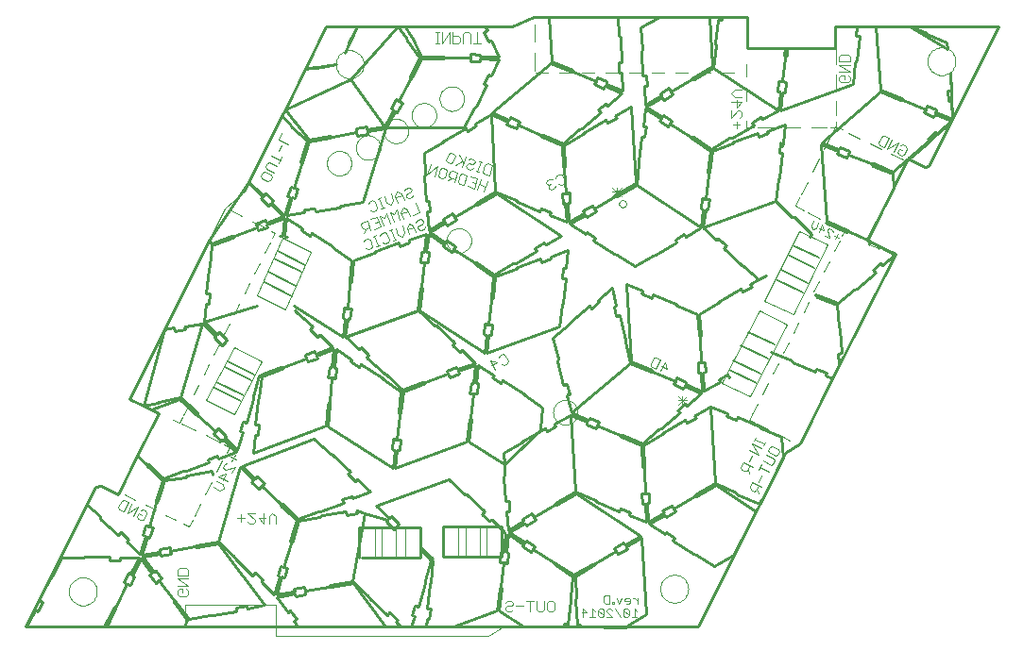
<source format=gbo>
G75*
%MOIN*%
%OFA0B0*%
%FSLAX24Y24*%
%IPPOS*%
%LPD*%
%AMOC8*
5,1,8,0,0,1.08239X$1,22.5*
%
%ADD10C,0.0000*%
%ADD11C,0.0039*%
%ADD12C,0.0030*%
%ADD13C,0.0100*%
%ADD14C,0.0059*%
%ADD15C,0.0040*%
D10*
X001543Y001214D02*
X007057Y001214D01*
X007162Y001332D01*
X007163Y001992D01*
X010376Y001990D01*
X010370Y000897D01*
X017853Y000897D01*
X018407Y001214D01*
X025254Y001214D01*
X028315Y007336D01*
X028846Y007690D01*
X032212Y014373D01*
X031218Y014865D01*
X032655Y017739D01*
X033246Y017444D01*
X033393Y017483D01*
X035864Y022424D01*
X030103Y022423D01*
X030103Y022424D02*
X030103Y021647D01*
X026989Y021647D01*
X026989Y022739D01*
X019476Y022739D01*
X018689Y022424D01*
X012143Y022424D01*
X009220Y016568D01*
X008561Y015977D01*
X005204Y009265D01*
X006218Y008753D01*
X004781Y005889D01*
X004191Y006184D01*
X004004Y006145D01*
X001543Y001214D01*
X003060Y002453D02*
X003062Y002497D01*
X003068Y002541D01*
X003078Y002584D01*
X003091Y002626D01*
X003109Y002666D01*
X003130Y002705D01*
X003154Y002742D01*
X003181Y002777D01*
X003212Y002809D01*
X003245Y002838D01*
X003281Y002864D01*
X003319Y002886D01*
X003359Y002905D01*
X003400Y002921D01*
X003443Y002933D01*
X003486Y002941D01*
X003530Y002945D01*
X003574Y002945D01*
X003618Y002941D01*
X003661Y002933D01*
X003704Y002921D01*
X003745Y002905D01*
X003785Y002886D01*
X003823Y002864D01*
X003859Y002838D01*
X003892Y002809D01*
X003923Y002777D01*
X003950Y002742D01*
X003974Y002705D01*
X003995Y002666D01*
X004013Y002626D01*
X004026Y002584D01*
X004036Y002541D01*
X004042Y002497D01*
X004044Y002453D01*
X004042Y002409D01*
X004036Y002365D01*
X004026Y002322D01*
X004013Y002280D01*
X003995Y002240D01*
X003974Y002201D01*
X003950Y002164D01*
X003923Y002129D01*
X003892Y002097D01*
X003859Y002068D01*
X003823Y002042D01*
X003785Y002020D01*
X003745Y002001D01*
X003704Y001985D01*
X003661Y001973D01*
X003618Y001965D01*
X003574Y001961D01*
X003530Y001961D01*
X003486Y001965D01*
X003443Y001973D01*
X003400Y001985D01*
X003359Y002001D01*
X003319Y002020D01*
X003281Y002042D01*
X003245Y002068D01*
X003212Y002097D01*
X003181Y002129D01*
X003154Y002164D01*
X003130Y002201D01*
X003109Y002240D01*
X003091Y002280D01*
X003078Y002322D01*
X003068Y002365D01*
X003062Y002409D01*
X003060Y002453D01*
X016391Y014853D02*
X016393Y014894D01*
X016399Y014935D01*
X016409Y014975D01*
X016422Y015014D01*
X016439Y015051D01*
X016460Y015087D01*
X016484Y015121D01*
X016511Y015152D01*
X016540Y015180D01*
X016573Y015206D01*
X016607Y015228D01*
X016644Y015247D01*
X016682Y015262D01*
X016722Y015274D01*
X016762Y015282D01*
X016803Y015286D01*
X016845Y015286D01*
X016886Y015282D01*
X016926Y015274D01*
X016966Y015262D01*
X017004Y015247D01*
X017040Y015228D01*
X017075Y015206D01*
X017108Y015180D01*
X017137Y015152D01*
X017164Y015121D01*
X017188Y015087D01*
X017209Y015051D01*
X017226Y015014D01*
X017239Y014975D01*
X017249Y014935D01*
X017255Y014894D01*
X017257Y014853D01*
X017255Y014812D01*
X017249Y014771D01*
X017239Y014731D01*
X017226Y014692D01*
X017209Y014655D01*
X017188Y014619D01*
X017164Y014585D01*
X017137Y014554D01*
X017108Y014526D01*
X017075Y014500D01*
X017041Y014478D01*
X017004Y014459D01*
X016966Y014444D01*
X016926Y014432D01*
X016886Y014424D01*
X016845Y014420D01*
X016803Y014420D01*
X016762Y014424D01*
X016722Y014432D01*
X016682Y014444D01*
X016644Y014459D01*
X016608Y014478D01*
X016573Y014500D01*
X016540Y014526D01*
X016511Y014554D01*
X016484Y014585D01*
X016460Y014619D01*
X016439Y014655D01*
X016422Y014692D01*
X016409Y014731D01*
X016399Y014771D01*
X016393Y014812D01*
X016391Y014853D01*
X012163Y017582D02*
X012165Y017623D01*
X012171Y017664D01*
X012181Y017704D01*
X012194Y017743D01*
X012211Y017780D01*
X012232Y017816D01*
X012256Y017850D01*
X012283Y017881D01*
X012312Y017909D01*
X012345Y017935D01*
X012379Y017957D01*
X012416Y017976D01*
X012454Y017991D01*
X012494Y018003D01*
X012534Y018011D01*
X012575Y018015D01*
X012617Y018015D01*
X012658Y018011D01*
X012698Y018003D01*
X012738Y017991D01*
X012776Y017976D01*
X012812Y017957D01*
X012847Y017935D01*
X012880Y017909D01*
X012909Y017881D01*
X012936Y017850D01*
X012960Y017816D01*
X012981Y017780D01*
X012998Y017743D01*
X013011Y017704D01*
X013021Y017664D01*
X013027Y017623D01*
X013029Y017582D01*
X013027Y017541D01*
X013021Y017500D01*
X013011Y017460D01*
X012998Y017421D01*
X012981Y017384D01*
X012960Y017348D01*
X012936Y017314D01*
X012909Y017283D01*
X012880Y017255D01*
X012847Y017229D01*
X012813Y017207D01*
X012776Y017188D01*
X012738Y017173D01*
X012698Y017161D01*
X012658Y017153D01*
X012617Y017149D01*
X012575Y017149D01*
X012534Y017153D01*
X012494Y017161D01*
X012454Y017173D01*
X012416Y017188D01*
X012380Y017207D01*
X012345Y017229D01*
X012312Y017255D01*
X012283Y017283D01*
X012256Y017314D01*
X012232Y017348D01*
X012211Y017384D01*
X012194Y017421D01*
X012181Y017460D01*
X012171Y017500D01*
X012165Y017541D01*
X012163Y017582D01*
X013187Y018133D02*
X013189Y018174D01*
X013195Y018215D01*
X013205Y018255D01*
X013218Y018294D01*
X013235Y018331D01*
X013256Y018367D01*
X013280Y018401D01*
X013307Y018432D01*
X013336Y018460D01*
X013369Y018486D01*
X013403Y018508D01*
X013440Y018527D01*
X013478Y018542D01*
X013518Y018554D01*
X013558Y018562D01*
X013599Y018566D01*
X013641Y018566D01*
X013682Y018562D01*
X013722Y018554D01*
X013762Y018542D01*
X013800Y018527D01*
X013836Y018508D01*
X013871Y018486D01*
X013904Y018460D01*
X013933Y018432D01*
X013960Y018401D01*
X013984Y018367D01*
X014005Y018331D01*
X014022Y018294D01*
X014035Y018255D01*
X014045Y018215D01*
X014051Y018174D01*
X014053Y018133D01*
X014051Y018092D01*
X014045Y018051D01*
X014035Y018011D01*
X014022Y017972D01*
X014005Y017935D01*
X013984Y017899D01*
X013960Y017865D01*
X013933Y017834D01*
X013904Y017806D01*
X013871Y017780D01*
X013837Y017758D01*
X013800Y017739D01*
X013762Y017724D01*
X013722Y017712D01*
X013682Y017704D01*
X013641Y017700D01*
X013599Y017700D01*
X013558Y017704D01*
X013518Y017712D01*
X013478Y017724D01*
X013440Y017739D01*
X013404Y017758D01*
X013369Y017780D01*
X013336Y017806D01*
X013307Y017834D01*
X013280Y017865D01*
X013256Y017899D01*
X013235Y017935D01*
X013218Y017972D01*
X013205Y018011D01*
X013195Y018051D01*
X013189Y018092D01*
X013187Y018133D01*
X014171Y018723D02*
X014173Y018764D01*
X014179Y018805D01*
X014189Y018845D01*
X014202Y018884D01*
X014219Y018921D01*
X014240Y018957D01*
X014264Y018991D01*
X014291Y019022D01*
X014320Y019050D01*
X014353Y019076D01*
X014387Y019098D01*
X014424Y019117D01*
X014462Y019132D01*
X014502Y019144D01*
X014542Y019152D01*
X014583Y019156D01*
X014625Y019156D01*
X014666Y019152D01*
X014706Y019144D01*
X014746Y019132D01*
X014784Y019117D01*
X014820Y019098D01*
X014855Y019076D01*
X014888Y019050D01*
X014917Y019022D01*
X014944Y018991D01*
X014968Y018957D01*
X014989Y018921D01*
X015006Y018884D01*
X015019Y018845D01*
X015029Y018805D01*
X015035Y018764D01*
X015037Y018723D01*
X015035Y018682D01*
X015029Y018641D01*
X015019Y018601D01*
X015006Y018562D01*
X014989Y018525D01*
X014968Y018489D01*
X014944Y018455D01*
X014917Y018424D01*
X014888Y018396D01*
X014855Y018370D01*
X014821Y018348D01*
X014784Y018329D01*
X014746Y018314D01*
X014706Y018302D01*
X014666Y018294D01*
X014625Y018290D01*
X014583Y018290D01*
X014542Y018294D01*
X014502Y018302D01*
X014462Y018314D01*
X014424Y018329D01*
X014388Y018348D01*
X014353Y018370D01*
X014320Y018396D01*
X014291Y018424D01*
X014264Y018455D01*
X014240Y018489D01*
X014219Y018525D01*
X014202Y018562D01*
X014189Y018601D01*
X014179Y018641D01*
X014173Y018682D01*
X014171Y018723D01*
X015155Y019275D02*
X015157Y019316D01*
X015163Y019357D01*
X015173Y019397D01*
X015186Y019436D01*
X015203Y019473D01*
X015224Y019509D01*
X015248Y019543D01*
X015275Y019574D01*
X015304Y019602D01*
X015337Y019628D01*
X015371Y019650D01*
X015408Y019669D01*
X015446Y019684D01*
X015486Y019696D01*
X015526Y019704D01*
X015567Y019708D01*
X015609Y019708D01*
X015650Y019704D01*
X015690Y019696D01*
X015730Y019684D01*
X015768Y019669D01*
X015804Y019650D01*
X015839Y019628D01*
X015872Y019602D01*
X015901Y019574D01*
X015928Y019543D01*
X015952Y019509D01*
X015973Y019473D01*
X015990Y019436D01*
X016003Y019397D01*
X016013Y019357D01*
X016019Y019316D01*
X016021Y019275D01*
X016019Y019234D01*
X016013Y019193D01*
X016003Y019153D01*
X015990Y019114D01*
X015973Y019077D01*
X015952Y019041D01*
X015928Y019007D01*
X015901Y018976D01*
X015872Y018948D01*
X015839Y018922D01*
X015805Y018900D01*
X015768Y018881D01*
X015730Y018866D01*
X015690Y018854D01*
X015650Y018846D01*
X015609Y018842D01*
X015567Y018842D01*
X015526Y018846D01*
X015486Y018854D01*
X015446Y018866D01*
X015408Y018881D01*
X015372Y018900D01*
X015337Y018922D01*
X015304Y018948D01*
X015275Y018976D01*
X015248Y019007D01*
X015224Y019041D01*
X015203Y019077D01*
X015186Y019114D01*
X015173Y019153D01*
X015163Y019193D01*
X015157Y019234D01*
X015155Y019275D01*
X016140Y019865D02*
X016142Y019906D01*
X016148Y019947D01*
X016158Y019987D01*
X016171Y020026D01*
X016188Y020063D01*
X016209Y020099D01*
X016233Y020133D01*
X016260Y020164D01*
X016289Y020192D01*
X016322Y020218D01*
X016356Y020240D01*
X016393Y020259D01*
X016431Y020274D01*
X016471Y020286D01*
X016511Y020294D01*
X016552Y020298D01*
X016594Y020298D01*
X016635Y020294D01*
X016675Y020286D01*
X016715Y020274D01*
X016753Y020259D01*
X016789Y020240D01*
X016824Y020218D01*
X016857Y020192D01*
X016886Y020164D01*
X016913Y020133D01*
X016937Y020099D01*
X016958Y020063D01*
X016975Y020026D01*
X016988Y019987D01*
X016998Y019947D01*
X017004Y019906D01*
X017006Y019865D01*
X017004Y019824D01*
X016998Y019783D01*
X016988Y019743D01*
X016975Y019704D01*
X016958Y019667D01*
X016937Y019631D01*
X016913Y019597D01*
X016886Y019566D01*
X016857Y019538D01*
X016824Y019512D01*
X016790Y019490D01*
X016753Y019471D01*
X016715Y019456D01*
X016675Y019444D01*
X016635Y019436D01*
X016594Y019432D01*
X016552Y019432D01*
X016511Y019436D01*
X016471Y019444D01*
X016431Y019456D01*
X016393Y019471D01*
X016357Y019490D01*
X016322Y019512D01*
X016289Y019538D01*
X016260Y019566D01*
X016233Y019597D01*
X016209Y019631D01*
X016188Y019667D01*
X016171Y019704D01*
X016158Y019743D01*
X016148Y019783D01*
X016142Y019824D01*
X016140Y019865D01*
X012478Y021079D02*
X012480Y021123D01*
X012486Y021167D01*
X012496Y021210D01*
X012509Y021252D01*
X012527Y021292D01*
X012548Y021331D01*
X012572Y021368D01*
X012599Y021403D01*
X012630Y021435D01*
X012663Y021464D01*
X012699Y021490D01*
X012737Y021512D01*
X012777Y021531D01*
X012818Y021547D01*
X012861Y021559D01*
X012904Y021567D01*
X012948Y021571D01*
X012992Y021571D01*
X013036Y021567D01*
X013079Y021559D01*
X013122Y021547D01*
X013163Y021531D01*
X013203Y021512D01*
X013241Y021490D01*
X013277Y021464D01*
X013310Y021435D01*
X013341Y021403D01*
X013368Y021368D01*
X013392Y021331D01*
X013413Y021292D01*
X013431Y021252D01*
X013444Y021210D01*
X013454Y021167D01*
X013460Y021123D01*
X013462Y021079D01*
X013460Y021035D01*
X013454Y020991D01*
X013444Y020948D01*
X013431Y020906D01*
X013413Y020866D01*
X013392Y020827D01*
X013368Y020790D01*
X013341Y020755D01*
X013310Y020723D01*
X013277Y020694D01*
X013241Y020668D01*
X013203Y020646D01*
X013163Y020627D01*
X013122Y020611D01*
X013079Y020599D01*
X013036Y020591D01*
X012992Y020587D01*
X012948Y020587D01*
X012904Y020591D01*
X012861Y020599D01*
X012818Y020611D01*
X012777Y020627D01*
X012737Y020646D01*
X012699Y020668D01*
X012663Y020694D01*
X012630Y020723D01*
X012599Y020755D01*
X012572Y020790D01*
X012548Y020827D01*
X012527Y020866D01*
X012509Y020906D01*
X012496Y020948D01*
X012486Y020991D01*
X012480Y021035D01*
X012478Y021079D01*
X020144Y008781D02*
X020146Y008822D01*
X020152Y008863D01*
X020162Y008903D01*
X020175Y008942D01*
X020192Y008979D01*
X020213Y009015D01*
X020237Y009049D01*
X020264Y009080D01*
X020293Y009108D01*
X020326Y009134D01*
X020360Y009156D01*
X020397Y009175D01*
X020435Y009190D01*
X020475Y009202D01*
X020515Y009210D01*
X020556Y009214D01*
X020598Y009214D01*
X020639Y009210D01*
X020679Y009202D01*
X020719Y009190D01*
X020757Y009175D01*
X020793Y009156D01*
X020828Y009134D01*
X020861Y009108D01*
X020890Y009080D01*
X020917Y009049D01*
X020941Y009015D01*
X020962Y008979D01*
X020979Y008942D01*
X020992Y008903D01*
X021002Y008863D01*
X021008Y008822D01*
X021010Y008781D01*
X021008Y008740D01*
X021002Y008699D01*
X020992Y008659D01*
X020979Y008620D01*
X020962Y008583D01*
X020941Y008547D01*
X020917Y008513D01*
X020890Y008482D01*
X020861Y008454D01*
X020828Y008428D01*
X020794Y008406D01*
X020757Y008387D01*
X020719Y008372D01*
X020679Y008360D01*
X020639Y008352D01*
X020598Y008348D01*
X020556Y008348D01*
X020515Y008352D01*
X020475Y008360D01*
X020435Y008372D01*
X020397Y008387D01*
X020361Y008406D01*
X020326Y008428D01*
X020293Y008454D01*
X020264Y008482D01*
X020237Y008513D01*
X020213Y008547D01*
X020192Y008583D01*
X020175Y008620D01*
X020162Y008659D01*
X020152Y008699D01*
X020146Y008740D01*
X020144Y008781D01*
X023929Y002550D02*
X023931Y002594D01*
X023937Y002638D01*
X023947Y002681D01*
X023960Y002723D01*
X023978Y002763D01*
X023999Y002802D01*
X024023Y002839D01*
X024050Y002874D01*
X024081Y002906D01*
X024114Y002935D01*
X024150Y002961D01*
X024188Y002983D01*
X024228Y003002D01*
X024269Y003018D01*
X024312Y003030D01*
X024355Y003038D01*
X024399Y003042D01*
X024443Y003042D01*
X024487Y003038D01*
X024530Y003030D01*
X024573Y003018D01*
X024614Y003002D01*
X024654Y002983D01*
X024692Y002961D01*
X024728Y002935D01*
X024761Y002906D01*
X024792Y002874D01*
X024819Y002839D01*
X024843Y002802D01*
X024864Y002763D01*
X024882Y002723D01*
X024895Y002681D01*
X024905Y002638D01*
X024911Y002594D01*
X024913Y002550D01*
X024911Y002506D01*
X024905Y002462D01*
X024895Y002419D01*
X024882Y002377D01*
X024864Y002337D01*
X024843Y002298D01*
X024819Y002261D01*
X024792Y002226D01*
X024761Y002194D01*
X024728Y002165D01*
X024692Y002139D01*
X024654Y002117D01*
X024614Y002098D01*
X024573Y002082D01*
X024530Y002070D01*
X024487Y002062D01*
X024443Y002058D01*
X024399Y002058D01*
X024355Y002062D01*
X024312Y002070D01*
X024269Y002082D01*
X024228Y002098D01*
X024188Y002117D01*
X024150Y002139D01*
X024114Y002165D01*
X024081Y002194D01*
X024050Y002226D01*
X024023Y002261D01*
X023999Y002298D01*
X023978Y002337D01*
X023960Y002377D01*
X023947Y002419D01*
X023937Y002462D01*
X023931Y002506D01*
X023929Y002550D01*
X033359Y021185D02*
X033361Y021229D01*
X033367Y021273D01*
X033377Y021316D01*
X033390Y021358D01*
X033408Y021398D01*
X033429Y021437D01*
X033453Y021474D01*
X033480Y021509D01*
X033511Y021541D01*
X033544Y021570D01*
X033580Y021596D01*
X033618Y021618D01*
X033658Y021637D01*
X033699Y021653D01*
X033742Y021665D01*
X033785Y021673D01*
X033829Y021677D01*
X033873Y021677D01*
X033917Y021673D01*
X033960Y021665D01*
X034003Y021653D01*
X034044Y021637D01*
X034084Y021618D01*
X034122Y021596D01*
X034158Y021570D01*
X034191Y021541D01*
X034222Y021509D01*
X034249Y021474D01*
X034273Y021437D01*
X034294Y021398D01*
X034312Y021358D01*
X034325Y021316D01*
X034335Y021273D01*
X034341Y021229D01*
X034343Y021185D01*
X034341Y021141D01*
X034335Y021097D01*
X034325Y021054D01*
X034312Y021012D01*
X034294Y020972D01*
X034273Y020933D01*
X034249Y020896D01*
X034222Y020861D01*
X034191Y020829D01*
X034158Y020800D01*
X034122Y020774D01*
X034084Y020752D01*
X034044Y020733D01*
X034003Y020717D01*
X033960Y020705D01*
X033917Y020697D01*
X033873Y020693D01*
X033829Y020693D01*
X033785Y020697D01*
X033742Y020705D01*
X033699Y020717D01*
X033658Y020733D01*
X033618Y020752D01*
X033580Y020774D01*
X033544Y020800D01*
X033511Y020829D01*
X033480Y020861D01*
X033453Y020896D01*
X033429Y020933D01*
X033408Y020972D01*
X033390Y021012D01*
X033377Y021054D01*
X033367Y021097D01*
X033361Y021141D01*
X033359Y021185D01*
D11*
X030126Y021097D02*
X030126Y021609D01*
X030126Y020704D02*
X030126Y020192D01*
X030126Y019798D02*
X030126Y019286D01*
X030123Y019061D02*
X030123Y018846D01*
X029932Y018846D01*
X029808Y018850D02*
X029251Y018850D01*
X028857Y018849D02*
X028301Y018848D01*
X027907Y018847D02*
X027350Y018846D01*
X027227Y018846D02*
X026972Y018848D01*
X026972Y019085D01*
X026971Y019789D02*
X026971Y020242D01*
X026971Y020635D02*
X026971Y021088D01*
X026531Y020789D02*
X026104Y020789D01*
X025710Y020789D02*
X025283Y020789D01*
X024889Y020789D02*
X024461Y020788D01*
X024068Y020788D02*
X023640Y020788D01*
X023247Y020788D02*
X022819Y020788D01*
X022426Y020788D02*
X021998Y020788D01*
X021605Y020788D02*
X021177Y020788D01*
X020784Y020788D02*
X020356Y020788D01*
X019963Y020788D02*
X019535Y020787D01*
X019485Y020845D02*
X019486Y021474D01*
X019487Y021868D02*
X019488Y022497D01*
X022475Y016152D02*
X022477Y016174D01*
X022482Y016194D01*
X022492Y016214D01*
X022504Y016232D01*
X022519Y016247D01*
X022537Y016259D01*
X022557Y016269D01*
X022577Y016274D01*
X022599Y016276D01*
X022621Y016274D01*
X022641Y016269D01*
X022661Y016259D01*
X022679Y016247D01*
X022694Y016232D01*
X022706Y016214D01*
X022716Y016194D01*
X022721Y016174D01*
X022723Y016152D01*
X022721Y016130D01*
X022716Y016110D01*
X022706Y016090D01*
X022694Y016072D01*
X022679Y016057D01*
X022661Y016045D01*
X022641Y016035D01*
X022621Y016030D01*
X022599Y016028D01*
X022577Y016030D01*
X022557Y016035D01*
X022537Y016045D01*
X022519Y016057D01*
X022504Y016072D01*
X022492Y016090D01*
X022482Y016110D01*
X022477Y016130D01*
X022475Y016152D01*
X027609Y012716D02*
X028620Y012237D01*
X029825Y014726D01*
X028839Y015175D01*
X027609Y012716D01*
X027418Y012368D02*
X028394Y011896D01*
X027107Y009344D01*
X026109Y009823D01*
X027418Y012368D01*
X028621Y011595D02*
X028806Y011964D01*
X028982Y012316D02*
X029166Y012686D01*
X029343Y013038D02*
X029527Y013407D01*
X029703Y013759D02*
X029888Y014129D01*
X030064Y014481D02*
X030249Y014850D01*
X030342Y015032D02*
X030450Y015241D01*
X030352Y015239D02*
X029918Y015456D01*
X029566Y015632D02*
X029132Y015849D01*
X028995Y015922D02*
X028691Y016071D01*
X028840Y016370D01*
X028893Y016472D02*
X029123Y016931D01*
X029299Y017283D02*
X029529Y017743D01*
X029706Y018095D02*
X029936Y018554D01*
X029988Y018659D02*
X030105Y018891D01*
X030351Y018768D01*
X030559Y018665D02*
X030966Y018461D01*
X031318Y018285D02*
X031725Y018081D01*
X032077Y017904D02*
X032483Y017700D01*
X031301Y014725D02*
X031642Y014581D01*
X028445Y011243D02*
X028260Y010873D01*
X028084Y010521D02*
X027899Y010152D01*
X027723Y009800D02*
X027539Y009430D01*
X027363Y009078D02*
X027178Y008709D01*
X027168Y008694D02*
X027072Y008512D01*
X027249Y008423D01*
X027327Y008385D02*
X027741Y008177D01*
X028093Y008001D02*
X028508Y007794D01*
X017793Y004747D02*
X017793Y003723D01*
X017557Y003723D02*
X017557Y004747D01*
X017045Y004747D02*
X017045Y003723D01*
X016809Y003723D02*
X016809Y004747D01*
X014919Y004668D02*
X014919Y003684D01*
X014604Y003645D02*
X014604Y004708D01*
X014092Y004668D02*
X014092Y003684D01*
X013856Y003684D02*
X013856Y004668D01*
X008614Y007360D02*
X008715Y007559D01*
X008513Y007662D01*
X008400Y007716D02*
X007895Y007969D01*
X007543Y008145D02*
X007038Y008398D01*
X006955Y008403D02*
X006743Y008505D01*
X006955Y008403D02*
X007059Y008607D01*
X007099Y008684D02*
X007281Y009047D01*
X007457Y009400D02*
X007639Y009763D01*
X007816Y010115D02*
X007997Y010479D01*
X008174Y010831D02*
X008355Y011194D01*
X008532Y011546D02*
X008713Y011910D01*
X008890Y012262D02*
X009072Y012625D01*
X009248Y012977D02*
X009430Y013341D01*
X009606Y013693D02*
X009788Y014056D01*
X009964Y014408D02*
X010146Y014772D01*
X010225Y014933D02*
X010325Y015129D01*
X010184Y015199D01*
X009981Y015305D02*
X009527Y015532D01*
X009175Y015708D02*
X008721Y015935D01*
X010605Y014954D02*
X009684Y012922D01*
X010684Y012422D01*
X011605Y014454D01*
X010605Y014954D01*
X008908Y011079D02*
X007908Y009204D01*
X008908Y008704D01*
X009846Y010579D01*
X008908Y011079D01*
X008477Y007094D02*
X008263Y006667D01*
X008087Y006315D02*
X007873Y005888D01*
X007696Y005536D02*
X007482Y005109D01*
X007423Y004975D02*
X007299Y004733D01*
X007088Y004846D01*
X006837Y004973D02*
X006471Y005158D01*
X006119Y005336D02*
X005753Y005521D01*
X005402Y005699D02*
X005036Y005884D01*
D12*
X005003Y005685D02*
X005169Y005602D01*
X005004Y005271D01*
X004838Y005353D01*
X004811Y005436D01*
X004920Y005657D01*
X005003Y005685D01*
X005278Y005548D02*
X005113Y005217D01*
X005499Y005439D01*
X005334Y005107D01*
X005470Y005108D02*
X005525Y005219D01*
X005636Y005164D01*
X005801Y005220D02*
X005691Y004998D01*
X005609Y004971D01*
X005498Y005025D01*
X005470Y005108D01*
X005580Y005329D02*
X005663Y005357D01*
X005773Y005302D01*
X005801Y005220D01*
X008149Y006138D02*
X008370Y006028D01*
X008536Y006083D01*
X008480Y006249D01*
X008259Y006359D01*
X008340Y006523D02*
X008589Y006606D01*
X008479Y006385D01*
X008672Y006358D02*
X008340Y006523D01*
X008532Y006770D02*
X008504Y006853D01*
X008559Y006963D01*
X008642Y006991D01*
X008806Y007045D02*
X008916Y007266D01*
X008751Y007210D02*
X008972Y007101D01*
X008918Y006854D02*
X008587Y006742D01*
X008532Y006770D01*
X008808Y006633D02*
X008918Y006854D01*
X009377Y005230D02*
X009624Y004983D01*
X009624Y004921D01*
X009562Y004860D01*
X009439Y004860D01*
X009377Y004921D01*
X009255Y005045D02*
X009008Y005045D01*
X009132Y005168D02*
X009132Y004921D01*
X009377Y005230D02*
X009624Y005230D01*
X009745Y005045D02*
X009992Y005045D01*
X010113Y005106D02*
X010113Y004860D01*
X009930Y004860D02*
X009745Y005045D01*
X009930Y005230D02*
X009930Y004860D01*
X010113Y005106D02*
X010237Y005230D01*
X010360Y005106D01*
X010360Y004860D01*
X007255Y003208D02*
X007255Y003023D01*
X006885Y003023D01*
X006885Y003208D01*
X006947Y003269D01*
X007194Y003269D01*
X007255Y003208D01*
X007255Y002901D02*
X006885Y002901D01*
X007255Y002654D01*
X006885Y002654D01*
X006947Y002533D02*
X007070Y002533D01*
X007070Y002409D01*
X006947Y002286D02*
X007194Y002286D01*
X007255Y002348D01*
X007255Y002471D01*
X007194Y002533D01*
X006947Y002533D02*
X006885Y002471D01*
X006885Y002348D01*
X006947Y002286D01*
X017948Y010435D02*
X018169Y010546D01*
X017920Y010628D01*
X018086Y010297D01*
X018333Y010490D02*
X018415Y010462D01*
X018526Y010517D01*
X018553Y010600D01*
X018443Y010821D01*
X018360Y010848D01*
X018250Y010793D01*
X018222Y010710D01*
X014315Y014793D02*
X014199Y014751D01*
X014119Y014788D01*
X014026Y014688D02*
X013910Y014646D01*
X013968Y014667D02*
X013842Y015015D01*
X013900Y015036D02*
X013784Y014994D01*
X013690Y014894D02*
X013775Y014662D01*
X013738Y014583D01*
X013622Y014541D01*
X013543Y014578D01*
X013458Y014810D02*
X013495Y014889D01*
X013611Y014931D01*
X013690Y014894D01*
X013706Y015210D02*
X013579Y015558D01*
X013405Y015495D01*
X013368Y015416D01*
X013411Y015300D01*
X013490Y015263D01*
X013664Y015326D01*
X013548Y015284D02*
X013474Y015126D01*
X013820Y015252D02*
X014052Y015336D01*
X013925Y015684D01*
X013693Y015600D01*
X013873Y015468D02*
X013989Y015510D01*
X014166Y015378D02*
X014039Y015726D01*
X014198Y015652D01*
X014271Y015810D01*
X014398Y015462D01*
X014512Y015504D02*
X014385Y015852D01*
X014544Y015778D01*
X014617Y015936D01*
X014744Y015588D01*
X014858Y015630D02*
X014774Y015862D01*
X014848Y016020D01*
X015006Y015946D01*
X015090Y015714D01*
X015204Y015756D02*
X015436Y015840D01*
X015310Y016188D01*
X015173Y016383D02*
X015210Y016462D01*
X015173Y016383D02*
X015057Y016340D01*
X014978Y016377D01*
X014957Y016435D01*
X014994Y016514D01*
X015110Y016557D01*
X015147Y016636D01*
X015126Y016694D01*
X015046Y016731D01*
X014930Y016688D01*
X014894Y016609D01*
X014801Y016510D02*
X014885Y016278D01*
X014822Y016452D02*
X014590Y016367D01*
X014569Y016425D02*
X014653Y016193D01*
X014497Y016268D02*
X014423Y016110D01*
X014265Y016183D01*
X014180Y016415D01*
X014066Y016374D02*
X013950Y016332D01*
X014008Y016353D02*
X014135Y016005D01*
X014193Y016026D02*
X014077Y015984D01*
X013941Y016000D02*
X013857Y016232D01*
X013777Y016269D01*
X013661Y016227D01*
X013625Y016147D01*
X013709Y015915D02*
X013788Y015879D01*
X013904Y015921D01*
X013941Y016000D01*
X014497Y016268D02*
X014412Y016500D01*
X014569Y016425D02*
X014642Y016584D01*
X014801Y016510D01*
X015027Y015888D02*
X014795Y015804D01*
X015053Y015456D02*
X014979Y015298D01*
X015063Y015066D01*
X014907Y015140D02*
X014833Y014982D01*
X014675Y015056D01*
X014591Y015288D01*
X014477Y015246D02*
X014361Y015204D01*
X014419Y015225D02*
X014545Y014877D01*
X014603Y014898D02*
X014487Y014856D01*
X014351Y014872D02*
X014267Y015104D01*
X014188Y015141D01*
X014072Y015099D01*
X014035Y015020D01*
X014351Y014872D02*
X014315Y014793D01*
X014907Y015140D02*
X014823Y015372D01*
X015000Y015240D02*
X015232Y015324D01*
X015211Y015382D02*
X015053Y015456D01*
X015211Y015382D02*
X015295Y015150D01*
X015388Y015250D02*
X015468Y015213D01*
X015584Y015255D01*
X015620Y015334D01*
X015520Y015429D02*
X015404Y015387D01*
X015367Y015308D01*
X015388Y015250D01*
X015520Y015429D02*
X015557Y015508D01*
X015536Y015566D01*
X015457Y015603D01*
X015341Y015561D01*
X015304Y015482D01*
X016414Y016983D02*
X016568Y017065D01*
X016509Y017083D02*
X016686Y017028D01*
X016650Y016910D02*
X016758Y017265D01*
X016581Y017319D01*
X016504Y017278D01*
X016468Y017160D01*
X016509Y017083D01*
X016316Y017077D02*
X016239Y017036D01*
X016121Y017072D01*
X016080Y017149D01*
X016152Y017385D01*
X016229Y017426D01*
X016347Y017390D01*
X016388Y017313D01*
X016316Y017077D01*
X015946Y017126D02*
X016054Y017480D01*
X015710Y017198D01*
X015818Y017552D01*
X016373Y017687D02*
X016445Y017923D01*
X016522Y017964D01*
X016640Y017928D01*
X016681Y017851D01*
X016609Y017615D01*
X016532Y017574D01*
X016414Y017610D01*
X016373Y017687D01*
X016707Y017520D02*
X016938Y017643D01*
X016979Y017566D02*
X016815Y017875D01*
X017051Y017802D02*
X016943Y017448D01*
X017077Y017472D02*
X017118Y017395D01*
X017236Y017359D01*
X017313Y017400D01*
X017412Y017305D02*
X017530Y017269D01*
X017471Y017287D02*
X017579Y017641D01*
X017638Y017623D02*
X017520Y017659D01*
X017385Y017636D02*
X017367Y017577D01*
X017290Y017536D01*
X017172Y017572D01*
X017095Y017531D01*
X017077Y017472D01*
X017149Y017708D02*
X017226Y017749D01*
X017344Y017713D01*
X017385Y017636D01*
X017736Y017528D02*
X017813Y017569D01*
X017991Y017515D01*
X017882Y017161D01*
X017705Y017215D01*
X017664Y017292D01*
X017736Y017528D01*
X017579Y017014D02*
X017471Y016660D01*
X017355Y016695D02*
X017119Y016767D01*
X017002Y016803D02*
X017111Y017157D01*
X016934Y017211D01*
X016857Y017170D01*
X016784Y016934D01*
X016825Y016857D01*
X017002Y016803D01*
X017291Y016908D02*
X017409Y016872D01*
X017525Y016837D02*
X017761Y016764D01*
X017707Y016587D02*
X017815Y016941D01*
X017463Y017049D02*
X017227Y017121D01*
X017463Y017049D02*
X017355Y016695D01*
X019901Y016893D02*
X019928Y016838D01*
X020011Y016811D01*
X019983Y016728D01*
X020011Y016673D01*
X020094Y016645D01*
X020204Y016700D01*
X020232Y016783D01*
X020340Y016837D02*
X020423Y016810D01*
X020534Y016865D01*
X020561Y016948D01*
X020451Y017169D01*
X020368Y017196D01*
X020257Y017141D01*
X020230Y017058D01*
X020121Y017004D02*
X020038Y017031D01*
X019928Y016976D01*
X019901Y016893D01*
X020011Y016811D02*
X020066Y016838D01*
X026489Y018941D02*
X026736Y018941D01*
X026613Y018818D02*
X026613Y019065D01*
X026736Y019186D02*
X026798Y019248D01*
X026798Y019371D01*
X026736Y019433D01*
X026674Y019433D01*
X026427Y019186D01*
X026427Y019433D01*
X026613Y019554D02*
X026613Y019801D01*
X026551Y019923D02*
X026427Y020046D01*
X026551Y020170D01*
X026798Y020170D01*
X026798Y019923D02*
X026551Y019923D01*
X026427Y019740D02*
X026798Y019740D01*
X026613Y019554D01*
X030242Y020500D02*
X030304Y020438D01*
X030551Y020438D01*
X030613Y020500D01*
X030613Y020624D01*
X030551Y020685D01*
X030428Y020685D02*
X030428Y020562D01*
X030428Y020685D02*
X030304Y020685D01*
X030242Y020624D01*
X030242Y020500D01*
X030242Y020807D02*
X030613Y020807D01*
X030242Y021054D01*
X030613Y021054D01*
X030613Y021175D02*
X030242Y021175D01*
X030242Y021360D01*
X030304Y021422D01*
X030551Y021422D01*
X030613Y021360D01*
X030613Y021175D01*
X031752Y018535D02*
X031834Y018563D01*
X032000Y018481D01*
X031836Y018149D01*
X031670Y018231D01*
X031642Y018314D01*
X031752Y018535D01*
X032109Y018427D02*
X031944Y018095D01*
X032330Y018317D01*
X032165Y017985D01*
X032302Y017987D02*
X032330Y017904D01*
X032440Y017849D01*
X032523Y017877D01*
X032633Y018098D01*
X032605Y018181D01*
X032494Y018236D01*
X032411Y018208D01*
X032357Y018097D02*
X032467Y018042D01*
X032357Y018097D02*
X032302Y017987D01*
X029510Y015468D02*
X029423Y015295D01*
X029293Y015252D01*
X029250Y015382D01*
X029337Y015555D01*
X029535Y015293D02*
X029708Y015207D01*
X029643Y015401D01*
X029513Y015142D01*
X029733Y015032D02*
X029906Y014945D01*
X029820Y015205D01*
X029842Y015248D01*
X029907Y015269D01*
X029993Y015226D01*
X030015Y015161D01*
X030062Y015029D02*
X030235Y014943D01*
X030192Y015073D02*
X030105Y014900D01*
X027285Y007886D02*
X027231Y007776D01*
X027258Y007831D02*
X027590Y007666D01*
X027617Y007721D02*
X027562Y007611D01*
X027508Y007501D02*
X027176Y007666D01*
X027398Y007280D01*
X027067Y007445D01*
X027178Y007254D02*
X027069Y007033D01*
X027070Y006897D02*
X026988Y006731D01*
X026905Y006703D01*
X026794Y006758D01*
X026766Y006840D01*
X026849Y007006D01*
X027180Y006842D01*
X027015Y006786D02*
X027071Y006621D01*
X027168Y006300D02*
X027085Y006134D01*
X027113Y006051D01*
X027224Y005996D01*
X027307Y006024D01*
X027389Y006190D01*
X027500Y006135D02*
X027168Y006300D01*
X027388Y006326D02*
X027497Y006547D01*
X027386Y006738D02*
X027495Y006959D01*
X027549Y007068D02*
X027826Y006931D01*
X027908Y006959D01*
X027963Y007069D01*
X027936Y007152D01*
X027659Y007289D01*
X027768Y007371D02*
X027741Y007453D01*
X027795Y007564D01*
X027878Y007592D01*
X028099Y007482D01*
X028127Y007399D01*
X028072Y007289D01*
X027990Y007261D01*
X027768Y007371D01*
X027440Y006849D02*
X027772Y006684D01*
X027334Y006079D02*
X027390Y005914D01*
X023115Y002224D02*
X023115Y002031D01*
X023115Y002128D02*
X023018Y002224D01*
X022970Y002224D01*
X022869Y002176D02*
X022821Y002224D01*
X022724Y002224D01*
X022676Y002176D01*
X022676Y002128D01*
X022869Y002128D01*
X022869Y002176D02*
X022869Y002079D01*
X022821Y002031D01*
X022724Y002031D01*
X022767Y001845D02*
X022670Y001845D01*
X022622Y001797D01*
X022815Y001603D01*
X022767Y001555D01*
X022670Y001555D01*
X022622Y001603D01*
X022622Y001797D01*
X022767Y001845D02*
X022815Y001797D01*
X022815Y001603D01*
X022916Y001555D02*
X023110Y001555D01*
X023013Y001555D02*
X023013Y001845D01*
X023110Y001748D01*
X022521Y001555D02*
X022327Y001845D01*
X022226Y001797D02*
X022178Y001845D01*
X022081Y001845D01*
X022032Y001797D01*
X022032Y001748D01*
X022226Y001555D01*
X022032Y001555D01*
X021931Y001603D02*
X021883Y001555D01*
X021786Y001555D01*
X021738Y001603D01*
X021738Y001797D01*
X021931Y001603D01*
X021931Y001797D01*
X021883Y001845D01*
X021786Y001845D01*
X021738Y001797D01*
X021637Y001748D02*
X021540Y001845D01*
X021540Y001555D01*
X021637Y001555D02*
X021443Y001555D01*
X021342Y001700D02*
X021148Y001700D01*
X021197Y001845D02*
X021342Y001700D01*
X021197Y001555D02*
X021197Y001845D01*
X021939Y002079D02*
X021939Y002273D01*
X021988Y002321D01*
X022133Y002321D01*
X022133Y002031D01*
X021988Y002031D01*
X021939Y002079D01*
X022232Y002079D02*
X022232Y002031D01*
X022280Y002031D01*
X022280Y002079D01*
X022232Y002079D01*
X022381Y002224D02*
X022478Y002031D01*
X022575Y002224D01*
X020188Y002060D02*
X020188Y001813D01*
X020126Y001751D01*
X020003Y001751D01*
X019941Y001813D01*
X019941Y002060D01*
X020003Y002121D01*
X020126Y002121D01*
X020188Y002060D01*
X019819Y002121D02*
X019819Y001813D01*
X019758Y001751D01*
X019634Y001751D01*
X019573Y001813D01*
X019573Y002121D01*
X019451Y002121D02*
X019204Y002121D01*
X019328Y002121D02*
X019328Y001751D01*
X019083Y001936D02*
X018836Y001936D01*
X018715Y001998D02*
X018653Y001936D01*
X018529Y001936D01*
X018468Y001874D01*
X018468Y001813D01*
X018529Y001751D01*
X018653Y001751D01*
X018715Y001813D01*
X018715Y001998D02*
X018715Y002060D01*
X018653Y002121D01*
X018529Y002121D01*
X018468Y002060D01*
X010158Y016983D02*
X010075Y016955D01*
X009854Y017065D01*
X009826Y017148D01*
X009881Y017258D01*
X009964Y017286D01*
X010185Y017176D01*
X010213Y017093D01*
X010158Y016983D01*
X010294Y017257D02*
X010018Y017395D01*
X009990Y017477D01*
X010045Y017588D01*
X010128Y017616D01*
X010404Y017479D01*
X010458Y017587D02*
X010568Y017809D01*
X010513Y017698D02*
X010181Y017863D01*
X010456Y018000D02*
X010566Y018221D01*
X010785Y018247D02*
X010454Y018412D01*
X010564Y018633D01*
X015993Y021830D02*
X016116Y021830D01*
X016054Y021830D02*
X016054Y022201D01*
X015993Y022201D02*
X016116Y022201D01*
X016238Y022201D02*
X016238Y021830D01*
X016485Y022201D01*
X016485Y021830D01*
X016606Y021830D02*
X016606Y022201D01*
X016606Y022077D02*
X016792Y022077D01*
X016853Y022015D01*
X016853Y021892D01*
X016792Y021830D01*
X016606Y021830D01*
X016975Y021830D02*
X016975Y022139D01*
X017036Y022201D01*
X017160Y022201D01*
X017222Y022139D01*
X017222Y021830D01*
X017343Y021830D02*
X017590Y021830D01*
X017466Y021830D02*
X017466Y022201D01*
D13*
X004413Y001214D02*
X001539Y001213D01*
X004388Y001213D01*
X007115Y001213D01*
X007230Y001441D01*
X006758Y002071D01*
X006748Y002144D01*
X006234Y002834D01*
X006132Y002757D01*
X005911Y003053D01*
X005971Y003098D01*
X005975Y003115D01*
X005594Y003624D01*
X005298Y003031D01*
X005377Y002991D01*
X005217Y002671D01*
X005105Y002727D01*
X004719Y001954D01*
X004710Y001857D01*
X004388Y001213D01*
X004413Y001214D02*
X004305Y001214D01*
X004657Y001918D01*
X004718Y001958D01*
X005105Y002727D01*
X004991Y002783D01*
X005156Y003114D01*
X005224Y003080D01*
X005241Y003085D01*
X005525Y003653D01*
X004862Y003653D01*
X004862Y003563D01*
X004504Y003563D01*
X004504Y003689D01*
X003640Y003689D01*
X003550Y003653D01*
X002797Y003653D01*
X002461Y002979D01*
X002385Y002911D01*
X001999Y002139D01*
X002116Y002081D01*
X001950Y001751D01*
X001882Y001785D01*
X001861Y001781D01*
X001578Y001214D01*
X004305Y001214D01*
X004413Y001214D02*
X025254Y001214D01*
X027292Y005290D01*
X026510Y003726D01*
X026467Y003720D01*
X025817Y003340D01*
X025187Y003752D01*
X025091Y003771D01*
X024368Y004244D01*
X024437Y004349D01*
X024137Y004546D01*
X024088Y004471D01*
X023534Y004833D01*
X024083Y005153D01*
X024099Y005148D01*
X024138Y005082D01*
X024457Y005268D01*
X024392Y005378D01*
X025137Y005810D01*
X025210Y005810D01*
X025890Y006207D01*
X027292Y005290D01*
X027480Y005665D01*
X028245Y007197D01*
X028203Y007913D01*
X027511Y008209D01*
X027439Y008281D01*
X026646Y008621D01*
X026594Y008501D01*
X026256Y008647D01*
X026285Y008717D01*
X026280Y008738D01*
X025697Y008988D01*
X025856Y006266D01*
X026580Y005955D01*
X026624Y005897D01*
X027414Y005555D01*
X027464Y005672D01*
X027480Y005665D01*
X028315Y007336D01*
X028846Y007690D01*
X030005Y009991D01*
X030265Y010506D01*
X030214Y010503D01*
X030191Y010860D01*
X030317Y010868D01*
X030261Y011731D01*
X030219Y011819D01*
X030171Y012570D01*
X029477Y012862D01*
X029405Y012933D01*
X029506Y012931D01*
X030200Y012638D01*
X030772Y013127D01*
X030864Y013159D01*
X031520Y013720D01*
X031439Y013816D01*
X031711Y014049D01*
X031769Y013981D01*
X032201Y014350D01*
X031232Y014892D01*
X032147Y016723D01*
X032113Y017209D01*
X031418Y017497D01*
X031345Y017568D01*
X030547Y017899D01*
X030597Y018020D01*
X030257Y018161D01*
X030227Y018090D01*
X030208Y018080D01*
X029623Y018323D01*
X031684Y020108D01*
X032411Y019806D01*
X032484Y019816D01*
X033280Y019488D01*
X033328Y019606D01*
X033670Y019467D01*
X033641Y019396D01*
X033647Y019380D01*
X034224Y019144D01*
X034233Y019163D02*
X034147Y020775D01*
X034194Y020160D01*
X034068Y020151D01*
X034096Y019793D01*
X034185Y019800D01*
X034233Y019163D01*
X034187Y019070D02*
X032640Y017709D01*
X032141Y017277D01*
X031446Y017566D01*
X031345Y017568D01*
X030547Y017899D02*
X030497Y017779D01*
X030157Y017920D01*
X030186Y017990D01*
X030180Y018012D01*
X029594Y018254D01*
X029786Y015534D01*
X030512Y015232D01*
X030557Y015174D01*
X031232Y014892D01*
X031218Y014865D02*
X032212Y014373D01*
X030005Y009991D01*
X029761Y010095D01*
X029755Y010111D01*
X029785Y010181D01*
X029444Y010325D01*
X029395Y010207D01*
X028603Y010544D01*
X028559Y010602D01*
X027834Y010909D01*
X026375Y010013D02*
X026311Y010123D01*
X025992Y009937D01*
X026030Y009871D01*
X026027Y009854D01*
X025478Y009534D01*
X025435Y010195D01*
X025524Y010201D01*
X025501Y010558D01*
X025376Y010550D01*
X025321Y011413D01*
X025351Y011505D01*
X025303Y012256D01*
X025953Y012635D01*
X026016Y012715D01*
X026761Y013150D01*
X026828Y013037D01*
X027146Y013223D01*
X027108Y013289D01*
X027111Y013311D01*
X027383Y013469D01*
X026876Y013951D01*
X026782Y013989D01*
X026155Y014583D01*
X026245Y014678D01*
X025977Y014931D01*
X025925Y014876D01*
X025903Y014873D01*
X025444Y015310D01*
X028007Y016240D01*
X028578Y015698D01*
X028649Y015681D01*
X029275Y015090D01*
X029187Y014998D01*
X029196Y014990D01*
X029759Y015471D02*
X030484Y015165D01*
X030557Y015174D01*
X030450Y015241D02*
X030686Y015123D01*
X031218Y014865D02*
X032655Y017739D01*
X032668Y017733D01*
X034168Y019032D01*
X033703Y018629D01*
X033644Y018697D01*
X033373Y018463D01*
X033456Y018368D01*
X032803Y017802D01*
X032710Y017770D01*
X032668Y017733D01*
X033246Y017444D01*
X033393Y017483D01*
X034168Y019032D01*
X035864Y022424D01*
X030103Y022423D01*
X030103Y022424D02*
X030103Y021647D01*
X028408Y021647D01*
X028381Y021414D01*
X028333Y021324D01*
X028234Y020467D01*
X028104Y020482D01*
X028062Y020116D01*
X028137Y020107D01*
X028153Y020091D01*
X028079Y019462D01*
X025797Y020954D01*
X025888Y021736D01*
X025859Y021804D01*
X025956Y022659D01*
X026083Y022644D01*
X026094Y022739D01*
X025662Y022739D01*
X023893Y022751D01*
X023240Y022376D01*
X023284Y021624D01*
X023253Y021532D01*
X023304Y020669D01*
X023429Y020677D01*
X023450Y020319D01*
X023361Y020314D01*
X023399Y019653D01*
X023950Y019969D01*
X023954Y019987D01*
X023916Y020052D01*
X024236Y020237D01*
X024299Y020126D01*
X025044Y020557D01*
X025081Y020621D01*
X025763Y021013D01*
X025662Y022739D01*
X022435Y022739D01*
X019991Y022739D01*
X020090Y021195D01*
X020815Y020889D01*
X020860Y020830D01*
X021652Y020493D01*
X021701Y020611D01*
X022041Y020467D01*
X022012Y020397D01*
X022017Y020381D01*
X022603Y020134D01*
X022560Y020795D01*
X022471Y020789D01*
X022448Y021146D01*
X022573Y021155D01*
X022518Y022017D01*
X022476Y022105D01*
X022435Y022739D01*
X019991Y022739D02*
X019476Y022739D01*
X018689Y022424D01*
X017743Y022424D01*
X014942Y022424D01*
X015100Y022102D01*
X015176Y022034D01*
X015506Y021358D01*
X016259Y021352D01*
X016349Y021315D01*
X017213Y021308D01*
X017214Y021434D01*
X017572Y021431D01*
X017572Y021342D01*
X018234Y021337D01*
X017955Y021907D01*
X017938Y021912D01*
X017869Y021878D01*
X017707Y022210D01*
X017822Y022266D01*
X017743Y022424D01*
X017571Y021269D02*
X017570Y021180D01*
X017212Y021183D01*
X017213Y021308D01*
X017571Y021269D02*
X018234Y021264D01*
X017945Y020698D01*
X017928Y020694D01*
X017860Y020728D01*
X017693Y020399D01*
X017807Y020342D01*
X017413Y019576D01*
X017352Y019536D01*
X016994Y018834D01*
X014268Y018856D01*
X014555Y019421D01*
X014577Y019425D01*
X014644Y019390D01*
X014812Y019719D01*
X014696Y019778D01*
X014580Y019837D01*
X014413Y019509D01*
X014480Y019474D01*
X014489Y019454D01*
X014201Y018890D01*
X012979Y020545D01*
X014670Y022424D01*
X014968Y022019D01*
X014993Y021925D01*
X015440Y021319D01*
X015098Y020649D01*
X015088Y020547D01*
X014696Y019778D01*
X014201Y018890D02*
X013577Y018781D01*
X013560Y018795D01*
X013547Y018870D01*
X013184Y018808D01*
X013206Y018679D01*
X012356Y018531D01*
X012256Y018552D01*
X011515Y018422D01*
X011068Y019028D01*
X010985Y019079D01*
X010680Y019492D01*
X012979Y020545D01*
X012492Y021068D02*
X011390Y020915D01*
X011738Y020974D01*
X011807Y020949D01*
X012492Y021068D01*
X012789Y021490D02*
X013222Y022424D01*
X012936Y021859D01*
X012940Y021785D01*
X012789Y021490D01*
X013222Y022424D02*
X012143Y022424D01*
X010680Y019492D01*
X010565Y019262D01*
X009393Y016914D01*
X009908Y016426D01*
X009995Y016519D01*
X010264Y016266D01*
X010212Y016211D01*
X010211Y016193D01*
X010674Y015758D01*
X010864Y016392D01*
X010778Y016418D01*
X010881Y016761D01*
X011002Y016725D01*
X011250Y017552D01*
X011241Y017650D01*
X011458Y018370D01*
X010909Y018886D01*
X010866Y018978D01*
X010565Y019262D01*
X009394Y016916D01*
X007992Y014839D01*
X008082Y014756D01*
X008786Y015021D01*
X008884Y015019D01*
X009692Y015323D01*
X009648Y015440D01*
X009983Y015566D01*
X010015Y015483D01*
X010635Y015716D01*
X010169Y016148D01*
X010151Y016146D01*
X010100Y016090D01*
X009829Y016342D01*
X009916Y016435D01*
X009394Y016916D01*
X009220Y016568D01*
X010040Y015415D02*
X010660Y015648D01*
X010594Y015016D01*
X010580Y015006D01*
X010505Y015014D01*
X010673Y015008D02*
X010743Y015639D01*
X011299Y015280D01*
X011251Y015205D01*
X011552Y015011D01*
X011620Y015116D01*
X012346Y014648D01*
X012402Y014568D01*
X013034Y014160D01*
X012951Y013412D01*
X012978Y013313D01*
X012884Y012456D01*
X013014Y012441D01*
X012973Y012075D01*
X012897Y012083D01*
X012879Y012071D01*
X012810Y011441D01*
X015367Y012386D01*
X015454Y013169D01*
X015497Y013228D01*
X015594Y014083D01*
X015467Y014097D01*
X015507Y014464D01*
X015583Y014456D01*
X015597Y014466D01*
X015667Y015097D01*
X015045Y014867D01*
X015076Y014784D01*
X014740Y014660D01*
X014697Y014777D01*
X013886Y014478D01*
X013814Y014413D01*
X013108Y014152D01*
X013026Y013403D01*
X012978Y013313D01*
X012884Y012456D02*
X012754Y012469D01*
X012714Y012103D01*
X012790Y012095D01*
X012805Y012079D01*
X012735Y011449D01*
X011007Y012553D01*
X011026Y012384D02*
X011659Y011801D01*
X011572Y011708D01*
X011843Y011457D01*
X011895Y011512D01*
X011912Y011514D01*
X012378Y011082D01*
X011758Y010849D01*
X011727Y010933D01*
X011391Y010807D01*
X011436Y010689D01*
X010627Y010385D01*
X010555Y010319D01*
X009850Y010054D01*
X009773Y009305D01*
X009726Y009215D01*
X009636Y008357D01*
X009766Y008343D01*
X009728Y007976D01*
X009652Y007984D01*
X009634Y007972D01*
X009568Y007342D01*
X012120Y008302D01*
X012202Y009085D01*
X012245Y009144D01*
X012337Y010000D01*
X012463Y009986D01*
X012504Y010353D01*
X012428Y010361D01*
X012416Y010374D01*
X012486Y011006D01*
X013043Y010646D01*
X012994Y010571D01*
X013295Y010377D01*
X013363Y010482D01*
X014089Y010014D01*
X014145Y009934D01*
X014778Y009526D01*
X014695Y008778D01*
X014722Y008680D01*
X014627Y007822D01*
X014757Y007807D01*
X014716Y007441D01*
X014641Y007449D01*
X014622Y007437D01*
X014553Y006807D01*
X017111Y007752D01*
X017197Y008535D01*
X017240Y008594D01*
X017337Y009449D01*
X017464Y009434D01*
X017506Y009801D01*
X017431Y009810D01*
X017419Y009823D01*
X017492Y010454D01*
X018047Y010091D01*
X017998Y010017D01*
X018297Y009821D01*
X018366Y009926D01*
X019089Y009453D01*
X019145Y009373D01*
X019775Y008961D01*
X019688Y008213D01*
X019708Y008140D01*
X018414Y006936D01*
X017178Y007745D01*
X017269Y008527D01*
X017240Y008594D01*
X017337Y009449D02*
X017210Y009463D01*
X017251Y009830D01*
X017326Y009822D01*
X017340Y009832D01*
X017410Y010463D01*
X016789Y010234D01*
X016819Y010150D01*
X016484Y010026D01*
X016440Y010144D01*
X015630Y009844D01*
X015532Y009847D01*
X014826Y009586D01*
X014277Y010101D01*
X014183Y010138D01*
X013553Y010729D01*
X013642Y010824D01*
X013373Y011076D01*
X013321Y011021D01*
X013299Y011017D01*
X012837Y011451D01*
X015395Y012396D01*
X015969Y011858D01*
X016040Y011841D01*
X016670Y011254D01*
X016582Y011162D01*
X016852Y010909D01*
X016904Y010964D01*
X016921Y010966D01*
X017385Y010531D01*
X016763Y010302D01*
X016732Y010386D01*
X016396Y010261D01*
X016440Y010144D01*
X015630Y009844D02*
X015557Y009779D01*
X014851Y009518D01*
X014769Y008770D01*
X014722Y008680D01*
X014627Y007822D02*
X014497Y007836D01*
X014457Y007469D01*
X014533Y007461D01*
X014549Y007445D01*
X014479Y006816D01*
X012188Y008295D01*
X012274Y009077D01*
X012245Y009144D01*
X012337Y010000D02*
X012210Y010013D01*
X012248Y010380D01*
X012323Y010372D01*
X012338Y010383D01*
X012404Y011014D01*
X011784Y010781D01*
X011815Y010698D01*
X011480Y010571D01*
X011436Y010689D01*
X010627Y010385D02*
X010529Y010387D01*
X009825Y010122D01*
X009775Y010068D02*
X009564Y009345D01*
X009573Y009248D01*
X009332Y008418D01*
X009211Y008454D01*
X009111Y008110D01*
X009197Y008085D01*
X009011Y007449D01*
X008545Y007880D01*
X008546Y007898D01*
X008597Y007954D01*
X008326Y008205D01*
X008240Y008111D01*
X007610Y008698D01*
X007588Y008768D01*
X007011Y009303D01*
X006237Y009162D01*
X006180Y009115D01*
X005684Y009023D01*
X006429Y011714D01*
X006767Y011775D01*
X006791Y011647D01*
X007154Y011713D01*
X007140Y011788D01*
X007151Y011808D01*
X007774Y011921D01*
X007011Y009303D01*
X006965Y009253D02*
X007539Y008715D01*
X007610Y008698D01*
X006965Y009253D02*
X005962Y008882D01*
X006218Y008753D02*
X005684Y009023D01*
X005204Y009265D01*
X008001Y014853D01*
X008107Y014688D02*
X008030Y013939D01*
X007983Y013849D01*
X007893Y012990D01*
X008023Y012976D01*
X007984Y012610D01*
X007909Y012618D01*
X007890Y012606D01*
X007825Y011975D01*
X009690Y012561D01*
X011026Y012384D02*
X011142Y012276D01*
X008634Y011353D02*
X008545Y011257D01*
X008456Y011162D01*
X008186Y011413D01*
X008238Y011468D01*
X008239Y011490D01*
X007774Y011921D01*
X007825Y011975D02*
X008290Y011544D01*
X008311Y011548D01*
X008363Y011603D01*
X008634Y011353D01*
X005899Y010651D02*
X005828Y010510D01*
X006218Y008753D02*
X005469Y007261D01*
X005753Y006995D01*
X005796Y006903D01*
X006345Y006389D01*
X006131Y005667D01*
X006139Y005570D01*
X005893Y004742D01*
X005772Y004778D01*
X005670Y004435D01*
X005756Y004409D01*
X005567Y003774D01*
X005103Y004209D01*
X005104Y004226D01*
X005156Y004282D01*
X004886Y004534D01*
X004799Y004441D01*
X004173Y005032D01*
X004152Y005102D01*
X003696Y005529D01*
X004004Y006145D02*
X001543Y001214D01*
X001578Y001214D01*
X005651Y003672D02*
X006048Y003142D01*
X006120Y003196D01*
X006335Y002909D01*
X006234Y002834D01*
X006753Y002143D01*
X006836Y002092D01*
X007288Y001490D01*
X008028Y001625D01*
X008128Y001605D01*
X008977Y001760D01*
X008954Y001888D01*
X009317Y001954D01*
X009330Y001879D01*
X009347Y001865D01*
X009970Y001979D01*
X008334Y004160D01*
X007560Y004019D01*
X007490Y004043D01*
X006643Y003892D01*
X006622Y004017D01*
X006258Y003953D01*
X006271Y003879D01*
X006262Y003864D01*
X005636Y003754D01*
X005825Y004389D01*
X005911Y004363D01*
X006013Y004706D01*
X005893Y004742D01*
X006139Y005570D02*
X006200Y005647D01*
X006415Y006368D01*
X007156Y006498D01*
X007243Y006551D01*
X008093Y006701D01*
X008116Y006572D01*
X008010Y007000D02*
X007200Y006701D01*
X007102Y006703D01*
X006396Y006443D01*
X005847Y006958D01*
X005753Y006995D01*
X005469Y007261D02*
X004781Y005889D01*
X004191Y006184D01*
X004004Y006145D01*
X005651Y003672D02*
X006276Y003786D01*
X006289Y003775D01*
X006303Y003700D01*
X006667Y003766D01*
X006643Y003892D01*
X007490Y004043D02*
X007547Y004090D01*
X008322Y004227D01*
X008896Y003688D01*
X008918Y003618D01*
X009544Y003028D01*
X009631Y003121D01*
X009900Y002868D01*
X009848Y002813D01*
X009848Y002795D01*
X010311Y002361D01*
X010500Y002996D01*
X010415Y003021D01*
X010517Y003364D01*
X010638Y003329D01*
X010884Y004157D01*
X010945Y004233D01*
X011160Y004954D01*
X011901Y005084D01*
X011988Y005138D01*
X012838Y005287D01*
X012861Y005159D01*
X013224Y005223D01*
X013211Y005298D01*
X013221Y005317D01*
X013491Y005229D01*
X013067Y002813D01*
X013641Y002275D01*
X013663Y002204D01*
X014289Y001614D01*
X014376Y001707D01*
X014645Y001455D01*
X014593Y001399D01*
X014593Y001382D01*
X014773Y001213D01*
X015135Y001213D01*
X015245Y001582D01*
X015160Y001608D01*
X015262Y001951D01*
X015382Y001915D01*
X015629Y002743D01*
X015620Y002840D01*
X015835Y003562D01*
X015482Y003919D01*
X015494Y003973D02*
X015886Y003615D01*
X015911Y003547D02*
X015829Y002799D01*
X015781Y002709D01*
X015687Y001851D01*
X015817Y001837D01*
X015776Y001470D01*
X015700Y001479D01*
X015682Y001467D01*
X015654Y001213D01*
X016629Y001213D01*
X018170Y001782D01*
X018257Y002564D01*
X018300Y002624D01*
X018396Y003479D01*
X018523Y003464D01*
X018566Y003831D01*
X018490Y003840D01*
X018479Y003853D01*
X018552Y004484D01*
X019106Y004121D01*
X019057Y004046D01*
X019357Y003850D01*
X019426Y003955D01*
X020149Y003482D01*
X020244Y003463D01*
X020874Y003051D01*
X021524Y003431D01*
X021625Y003446D01*
X022371Y003881D01*
X022437Y003768D01*
X022755Y003954D01*
X022717Y004020D01*
X022720Y004042D01*
X023268Y004361D01*
X023443Y001639D01*
X022763Y001243D01*
X022726Y001179D01*
X021115Y001213D01*
X021111Y001289D01*
X020985Y001281D01*
X020930Y002143D01*
X020960Y002236D01*
X020912Y002987D01*
X021562Y003366D01*
X021625Y003446D01*
X022371Y003881D02*
X022305Y003994D01*
X022624Y004179D01*
X022662Y004114D01*
X022683Y004106D01*
X023230Y004425D01*
X020948Y005918D01*
X020268Y005521D01*
X020194Y005521D01*
X019450Y005089D01*
X019387Y005200D01*
X019066Y005016D01*
X019104Y004950D01*
X019101Y004933D01*
X018550Y004616D01*
X018511Y005277D01*
X018601Y005283D01*
X018580Y005640D01*
X018454Y005633D01*
X018404Y006495D01*
X018435Y006588D01*
X018414Y006936D01*
X018391Y007339D01*
X019043Y007714D01*
X019107Y007794D01*
X019855Y008224D01*
X019920Y008111D01*
X020240Y008295D01*
X020202Y008361D01*
X020205Y008383D01*
X020755Y008699D01*
X020914Y005977D01*
X021637Y005666D01*
X021681Y005608D01*
X022471Y005266D01*
X022521Y005383D01*
X022861Y005238D01*
X022831Y005168D01*
X022836Y005151D01*
X023420Y004901D01*
X023381Y005562D01*
X023292Y005557D01*
X023271Y005914D01*
X023397Y005922D01*
X023346Y006784D01*
X023377Y006877D01*
X023333Y007628D01*
X023986Y008003D01*
X024049Y008083D01*
X024797Y008513D01*
X024863Y008400D01*
X025182Y008584D01*
X025144Y008650D01*
X025147Y008672D01*
X025697Y008988D01*
X025373Y009453D02*
X024867Y009026D01*
X024809Y009094D01*
X024536Y008863D01*
X024617Y008767D01*
X023957Y008209D01*
X023865Y008178D01*
X023290Y007692D01*
X022598Y007989D01*
X022497Y007992D01*
X021704Y008332D01*
X021755Y008453D01*
X021416Y008597D01*
X021386Y008528D01*
X021366Y008517D01*
X020784Y008767D01*
X022866Y010528D01*
X022681Y011293D01*
X022701Y011364D01*
X022500Y012200D01*
X022376Y012170D01*
X022289Y012529D01*
X022363Y012547D01*
X022373Y012561D01*
X022223Y013178D01*
X021717Y012751D01*
X021775Y012682D01*
X021502Y012451D01*
X021420Y012547D01*
X020761Y011989D01*
X020715Y011903D01*
X020140Y011417D01*
X020318Y010686D01*
X020304Y010585D01*
X020508Y009746D01*
X020635Y009777D01*
X020721Y009418D01*
X020648Y009401D01*
X020634Y009383D01*
X020784Y008767D01*
X020755Y008699D02*
X021337Y008449D01*
X021343Y008428D01*
X021313Y008358D01*
X021652Y008212D01*
X021704Y008332D01*
X022497Y007992D02*
X022569Y007920D01*
X023261Y007624D01*
X023305Y006873D01*
X023346Y006784D01*
X023397Y005922D02*
X023522Y005929D01*
X023543Y005572D01*
X023454Y005566D01*
X023492Y004905D01*
X024043Y005222D01*
X024047Y005239D01*
X024009Y005305D01*
X024329Y005489D01*
X024392Y005378D01*
X025137Y005810D02*
X025174Y005873D01*
X025856Y006266D01*
X025373Y009453D02*
X024789Y009704D01*
X024773Y009696D01*
X024743Y009626D01*
X024404Y009772D01*
X024455Y009889D01*
X024504Y010007D01*
X024844Y009863D01*
X024815Y009793D01*
X024820Y009777D01*
X025405Y009530D01*
X025363Y010191D01*
X025274Y010185D01*
X025251Y010542D01*
X025376Y010550D01*
X024455Y009889D02*
X023663Y010226D01*
X023618Y010284D01*
X022893Y010591D01*
X022718Y013312D01*
X023302Y013066D01*
X023308Y013044D01*
X023278Y012975D01*
X023618Y012831D01*
X023669Y012951D01*
X024464Y012615D01*
X024537Y012544D01*
X025230Y012252D01*
X025279Y011501D01*
X025321Y011413D01*
X023663Y010226D02*
X023590Y010218D01*
X022866Y010528D01*
X020355Y011808D02*
X020445Y012589D01*
X020489Y012649D01*
X020591Y013503D01*
X020464Y013517D01*
X020506Y013884D01*
X020582Y013876D01*
X020596Y013886D01*
X020670Y014517D01*
X020047Y014291D01*
X020077Y014207D01*
X019741Y014084D01*
X019698Y014203D01*
X018886Y013908D01*
X018813Y013843D01*
X018105Y013586D01*
X018019Y012838D01*
X017971Y012749D01*
X017871Y011891D01*
X018001Y011876D01*
X017958Y011510D01*
X017883Y011519D01*
X017864Y011507D01*
X017791Y010877D01*
X020355Y011808D01*
X017971Y012749D02*
X017945Y012847D01*
X018032Y013595D01*
X017402Y014007D01*
X017346Y014087D01*
X017442Y014067D01*
X018072Y013655D01*
X018721Y014035D01*
X018822Y014050D01*
X019568Y014485D01*
X019502Y014598D01*
X019821Y014783D01*
X019859Y014718D01*
X019880Y014710D01*
X020427Y015029D01*
X018145Y016522D01*
X017465Y016125D01*
X017391Y016125D01*
X016647Y015694D01*
X016584Y015804D01*
X016263Y015620D01*
X016301Y015554D01*
X016298Y015537D01*
X015747Y015220D01*
X015708Y015882D01*
X015798Y015887D01*
X015777Y016244D01*
X015651Y016237D01*
X015601Y017100D01*
X015632Y017192D01*
X015588Y017943D01*
X016241Y018318D01*
X016304Y018398D01*
X017052Y018828D01*
X017118Y018715D01*
X017437Y018900D01*
X017399Y018965D01*
X017402Y018987D01*
X017952Y019303D01*
X018111Y016581D01*
X018834Y016270D01*
X018879Y016212D01*
X019668Y015870D01*
X019718Y015988D01*
X020058Y015842D01*
X020028Y015772D01*
X020033Y015755D01*
X020617Y015505D01*
X020578Y016166D01*
X020489Y016161D01*
X020468Y016519D01*
X020594Y016526D01*
X020543Y017389D01*
X020574Y017481D01*
X020530Y018232D01*
X021183Y018607D01*
X021246Y018687D01*
X021994Y019117D01*
X022060Y019004D01*
X022379Y019189D01*
X022341Y019254D01*
X022345Y019276D01*
X022894Y019592D01*
X023053Y016870D01*
X022371Y016477D01*
X022334Y016414D01*
X021589Y015982D01*
X021654Y015873D01*
X021335Y015686D01*
X021297Y015752D01*
X021280Y015758D01*
X020731Y015437D01*
X021286Y015075D01*
X021334Y015150D01*
X021634Y014954D01*
X021565Y014849D01*
X022288Y014376D01*
X022384Y014356D01*
X023014Y013944D01*
X023664Y014324D01*
X023765Y014339D01*
X024510Y014774D01*
X024445Y014887D01*
X024763Y015072D01*
X024802Y015007D01*
X024822Y014999D01*
X025369Y015318D01*
X023087Y016811D01*
X023178Y017593D01*
X023149Y017660D01*
X023246Y018515D01*
X023373Y018500D01*
X023415Y018867D01*
X023340Y018876D01*
X023328Y018889D01*
X023401Y019520D01*
X023956Y019158D01*
X023907Y019083D01*
X024207Y018887D01*
X024275Y018992D01*
X024998Y018519D01*
X025094Y018500D01*
X025724Y018088D01*
X026374Y018467D01*
X026475Y018483D01*
X027220Y018917D01*
X027155Y019030D01*
X027473Y019216D01*
X027512Y019150D01*
X027532Y019142D01*
X028079Y019462D01*
X028154Y019453D02*
X030717Y020383D01*
X030808Y021165D01*
X030851Y021224D01*
X030953Y022079D01*
X030826Y022093D01*
X030865Y022423D01*
X031539Y022424D02*
X031710Y020171D01*
X032439Y019873D01*
X032484Y019816D01*
X033280Y019488D02*
X033231Y019370D01*
X033572Y019229D01*
X033601Y019299D01*
X033617Y019307D01*
X034187Y019070D01*
X034046Y021623D02*
X032744Y022424D01*
X033257Y022214D01*
X033331Y022144D01*
X034028Y021860D01*
X034046Y021623D01*
X028408Y021647D02*
X028333Y021647D01*
X028307Y021423D01*
X028333Y021324D01*
X028333Y021647D02*
X026989Y021647D01*
X026989Y022739D01*
X026094Y022739D01*
X025797Y020954D02*
X025117Y020558D01*
X025044Y020557D01*
X024299Y020126D02*
X024364Y020016D01*
X024045Y019830D01*
X024006Y019895D01*
X023990Y019901D01*
X023441Y019581D01*
X023995Y019218D01*
X024044Y019293D01*
X024344Y019097D01*
X024275Y018992D01*
X024998Y018519D02*
X025054Y018439D01*
X025684Y018027D01*
X025597Y017279D01*
X025623Y017181D01*
X025524Y016324D01*
X025653Y016308D01*
X025610Y015942D01*
X025535Y015951D01*
X025516Y015939D01*
X025444Y015310D01*
X025369Y015318D02*
X025443Y015948D01*
X025427Y015963D01*
X025352Y015972D01*
X025394Y016338D01*
X025524Y016324D01*
X025623Y017181D02*
X025671Y017271D01*
X025758Y018019D01*
X026465Y018275D01*
X026538Y018340D01*
X027350Y018635D01*
X027393Y018517D01*
X027730Y018639D01*
X027699Y018723D01*
X028322Y018949D01*
X028249Y018318D01*
X028234Y018183D01*
X028159Y018317D01*
X028116Y017950D01*
X028243Y017935D01*
X028141Y017081D01*
X028098Y017022D01*
X028007Y016240D01*
X031336Y014807D02*
X031301Y014725D01*
X031336Y014807D02*
X031668Y014643D01*
X031642Y014581D01*
X027658Y013630D02*
X027383Y013469D01*
X023087Y016811D02*
X022407Y016414D01*
X022334Y016414D01*
X021589Y015982D02*
X021526Y016093D01*
X021206Y015909D01*
X021244Y015843D01*
X021240Y015826D01*
X020689Y015509D01*
X020651Y016171D01*
X020740Y016176D01*
X020719Y016533D01*
X020594Y016526D01*
X020543Y017389D02*
X020502Y017477D01*
X020458Y018228D01*
X019766Y018524D01*
X019694Y018596D01*
X018901Y018936D01*
X018952Y019057D01*
X018613Y019202D01*
X018583Y019132D01*
X018563Y019121D01*
X017981Y019372D01*
X020063Y021132D01*
X020787Y020822D01*
X020860Y020830D01*
X021652Y020493D02*
X021601Y020376D01*
X021940Y020231D01*
X021970Y020300D01*
X021986Y020308D01*
X022570Y020057D01*
X022064Y019630D01*
X022006Y019698D01*
X021733Y019467D01*
X021814Y019371D01*
X021154Y018813D01*
X021062Y018782D01*
X020487Y018296D01*
X019796Y018593D01*
X019694Y018596D01*
X018901Y018936D02*
X018849Y018817D01*
X018510Y018962D01*
X018540Y019032D01*
X018534Y019053D01*
X017952Y019303D01*
X016349Y021315D02*
X016259Y021280D01*
X015506Y021285D01*
X015164Y020615D01*
X015088Y020547D01*
X014942Y022424D02*
X014670Y022424D01*
X013222Y022424D01*
X013589Y018708D02*
X014214Y018816D01*
X013430Y016204D01*
X012655Y016070D01*
X012598Y016023D01*
X011751Y015873D01*
X011729Y015999D01*
X011365Y015935D01*
X011378Y015861D01*
X011369Y015846D01*
X010743Y015737D01*
X010934Y016371D01*
X011019Y016346D01*
X011122Y016689D01*
X011002Y016725D01*
X011250Y017552D02*
X011311Y017629D01*
X011527Y018350D01*
X012269Y018478D01*
X012356Y018531D01*
X013206Y018679D02*
X013229Y018550D01*
X013592Y018614D01*
X013579Y018689D01*
X013589Y018708D01*
X017429Y016188D02*
X017391Y016125D01*
X017429Y016188D02*
X018111Y016581D01*
X016647Y015694D02*
X016712Y015584D01*
X016392Y015397D01*
X016354Y015463D01*
X016337Y015469D01*
X015789Y015149D01*
X016343Y014786D01*
X016392Y014861D01*
X016692Y014665D01*
X016623Y014560D01*
X017346Y014087D01*
X016623Y014560D02*
X016554Y014454D01*
X016254Y014650D01*
X016303Y014725D01*
X015749Y015088D01*
X015676Y014457D01*
X015687Y014444D01*
X015763Y014435D01*
X015720Y014068D01*
X015594Y014083D01*
X015497Y013228D02*
X015526Y013161D01*
X015435Y012379D01*
X017717Y010886D01*
X017791Y011516D01*
X017775Y011531D01*
X017700Y011540D01*
X017742Y011906D01*
X017871Y011891D01*
X012985Y006697D02*
X012355Y007284D01*
X012284Y007301D01*
X011710Y007840D01*
X009152Y006894D01*
X009614Y006461D01*
X009636Y006464D01*
X009688Y006519D01*
X009957Y006268D01*
X009868Y006172D01*
X010497Y005582D01*
X010592Y005544D01*
X011141Y005029D01*
X011847Y005290D01*
X011944Y005287D01*
X012755Y005587D01*
X012711Y005705D01*
X013047Y005829D01*
X013078Y005745D01*
X013700Y005974D01*
X013236Y006409D01*
X013219Y006407D01*
X013167Y006352D01*
X012897Y006605D01*
X012985Y006697D01*
X013897Y005481D02*
X016454Y006426D01*
X017029Y005888D01*
X017100Y005871D01*
X017730Y005284D01*
X017642Y005191D01*
X017911Y004938D01*
X017963Y004994D01*
X017981Y004995D01*
X018444Y004561D01*
X018469Y004493D02*
X018400Y003862D01*
X018386Y003851D01*
X018310Y003860D01*
X018270Y003492D01*
X018396Y003479D01*
X018344Y003684D02*
X016258Y003684D01*
X016258Y004747D01*
X017557Y004747D01*
X018344Y004747D01*
X018344Y003684D01*
X018592Y004544D02*
X019146Y004182D01*
X019195Y004257D01*
X019495Y004061D01*
X019426Y003955D01*
X020149Y003482D02*
X020205Y003403D01*
X020835Y002991D01*
X020747Y002243D01*
X020774Y002145D01*
X020674Y001287D01*
X020544Y001302D01*
X020534Y001213D01*
X019097Y001213D01*
X018238Y001774D01*
X018329Y002556D01*
X018300Y002624D01*
X019097Y001213D02*
X016629Y001213D01*
X015654Y001213D02*
X015135Y001213D01*
X014773Y001213D02*
X014229Y001213D01*
X011135Y001213D01*
X010979Y001420D01*
X011079Y001496D01*
X010865Y001782D01*
X010793Y001729D01*
X010395Y002258D01*
X011020Y002372D01*
X011034Y002361D01*
X011048Y002287D01*
X011411Y002353D01*
X011388Y002478D01*
X012235Y002630D01*
X012304Y002605D01*
X013079Y002746D01*
X014229Y001213D01*
X013067Y002813D02*
X012292Y002677D01*
X012235Y002630D01*
X011388Y002478D02*
X011366Y002604D01*
X011003Y002540D01*
X011016Y002465D01*
X011007Y002450D01*
X010381Y002340D01*
X010570Y002975D01*
X010656Y002949D01*
X010758Y003293D01*
X010638Y003329D01*
X010884Y004157D02*
X010875Y004254D01*
X011090Y004975D01*
X010541Y005490D01*
X010497Y005582D01*
X009868Y006172D02*
X009778Y006077D01*
X009510Y006329D01*
X009561Y006385D01*
X009563Y006407D01*
X009101Y006840D01*
X008322Y004227D01*
X008010Y007000D02*
X007966Y007118D01*
X008302Y007242D01*
X008333Y007158D01*
X008955Y007388D01*
X008491Y007823D01*
X008474Y007821D01*
X008422Y007766D01*
X008152Y008018D01*
X008240Y008111D01*
X013491Y005229D02*
X014308Y004993D01*
X014306Y004971D01*
X014254Y004916D01*
X014523Y004663D01*
X014613Y004758D01*
X014701Y004854D01*
X014432Y005106D01*
X014380Y005050D01*
X014359Y005047D01*
X013897Y005481D01*
X013305Y004708D02*
X013305Y003645D01*
X013384Y003645D02*
X014604Y003645D01*
X015470Y003645D01*
X015470Y004708D01*
X014604Y004708D01*
X013305Y004708D01*
X011135Y001213D02*
X007115Y001213D01*
X018592Y004544D02*
X019140Y004864D01*
X019157Y004859D01*
X019195Y004793D01*
X019514Y004979D01*
X019450Y005089D01*
X020194Y005521D02*
X020231Y005584D01*
X020914Y005977D01*
X021115Y001213D02*
X020534Y001213D01*
X021115Y001213D02*
X025254Y001213D01*
X008812Y014953D02*
X008107Y014688D01*
X008812Y014953D02*
X008884Y015019D01*
X009692Y015323D02*
X009737Y015205D01*
X010072Y015331D01*
X010040Y015415D01*
X010673Y015008D02*
X010685Y014995D01*
X010760Y014987D01*
X028154Y019453D02*
X028226Y020083D01*
X028245Y020094D01*
X028320Y020086D01*
X028363Y020452D01*
X028234Y020467D01*
D14*
X028590Y014686D02*
X029531Y014238D01*
X029367Y013870D02*
X028424Y014340D01*
X028181Y013815D02*
X029140Y013350D01*
X028945Y013002D02*
X027986Y013466D01*
X027028Y011620D02*
X027967Y011169D01*
X027715Y010685D02*
X026775Y011135D01*
X026511Y010603D02*
X027463Y010143D01*
X027329Y009831D02*
X026377Y010291D01*
X011405Y013988D02*
X010441Y014466D01*
X010291Y014224D02*
X011265Y013744D01*
X011076Y013264D02*
X010103Y013738D01*
X009951Y013378D02*
X010923Y012895D01*
X009598Y010116D02*
X008656Y010583D01*
X008547Y010373D02*
X009488Y009906D01*
X009237Y009384D02*
X008278Y009858D01*
X008180Y009645D02*
X009129Y009178D01*
D15*
X022241Y016425D02*
X022548Y016732D01*
X022548Y016579D02*
X022241Y016579D01*
X022241Y016732D02*
X022548Y016425D01*
X022394Y016425D02*
X022394Y016732D01*
X023767Y010728D02*
X023928Y010647D01*
X023767Y010325D01*
X023605Y010406D01*
X023579Y010486D01*
X023686Y010701D01*
X023767Y010728D01*
X023962Y010429D02*
X024177Y010321D01*
X024096Y010563D01*
X023935Y010241D01*
X024553Y009357D02*
X024860Y009050D01*
X024707Y009050D02*
X024707Y009357D01*
X024860Y009357D02*
X024553Y009050D01*
X024553Y009204D02*
X024860Y009204D01*
M02*

</source>
